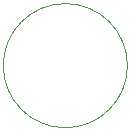
<source format=gm1>
%FSLAX23Y23*%
%MOIN*%
G70*
G01*
G75*
G04 Layer_Color=16711935*
%ADD10C,0.020*%
%ADD11C,0.047*%
%ADD12C,0.010*%
%ADD13R,0.067X0.067*%
%ADD14C,0.067*%
%ADD15C,0.055*%
%ADD16C,0.059*%
%ADD17P,0.216X8X22.5*%
%ADD18C,0.070*%
%ADD19C,0.055*%
%ADD20R,0.055X0.055*%
G04:AMPARAMS|DCode=21|XSize=100mil|YSize=60mil|CornerRadius=0mil|HoleSize=0mil|Usage=FLASHONLY|Rotation=0.000|XOffset=0mil|YOffset=0mil|HoleType=Round|Shape=Octagon|*
%AMOCTAGOND21*
4,1,8,0.050,-0.015,0.050,0.015,0.035,0.030,-0.035,0.030,-0.050,0.015,-0.050,-0.015,-0.035,-0.030,0.035,-0.030,0.050,-0.015,0.0*
%
%ADD21OCTAGOND21*%

%ADD22O,0.100X0.060*%
%ADD23C,0.065*%
%ADD24R,0.049X0.049*%
%ADD25C,0.049*%
%ADD26R,0.049X0.049*%
%ADD27R,0.059X0.059*%
%ADD28C,0.116*%
%ADD29C,0.059*%
%ADD30C,0.060*%
%ADD31R,0.059X0.059*%
%ADD32R,0.059X0.059*%
%ADD33P,0.130X8X202.5*%
%ADD34C,0.120*%
%ADD35C,0.050*%
%ADD36R,0.075X0.040*%
%ADD37R,0.070X0.040*%
%ADD38C,0.010*%
%ADD39C,0.002*%
%ADD40C,0.006*%
%ADD41C,0.008*%
%ADD42C,0.024*%
%ADD43C,0.005*%
%ADD44C,0.006*%
%ADD45C,0.008*%
%ADD46R,0.075X0.075*%
%ADD47C,0.075*%
%ADD48C,0.063*%
%ADD49C,0.067*%
%ADD50P,0.225X8X22.5*%
%ADD51C,0.078*%
%ADD52C,0.063*%
%ADD53R,0.063X0.063*%
G04:AMPARAMS|DCode=54|XSize=108mil|YSize=68mil|CornerRadius=0mil|HoleSize=0mil|Usage=FLASHONLY|Rotation=0.000|XOffset=0mil|YOffset=0mil|HoleType=Round|Shape=Octagon|*
%AMOCTAGOND54*
4,1,8,0.054,-0.017,0.054,0.017,0.037,0.034,-0.037,0.034,-0.054,0.017,-0.054,-0.017,-0.037,-0.034,0.037,-0.034,0.054,-0.017,0.0*
%
%ADD54OCTAGOND54*%

%ADD55O,0.108X0.068*%
%ADD56C,0.073*%
%ADD57R,0.057X0.057*%
%ADD58C,0.057*%
%ADD59R,0.057X0.057*%
%ADD60R,0.067X0.067*%
%ADD61C,0.124*%
%ADD62C,0.067*%
%ADD63C,0.068*%
%ADD64R,0.067X0.067*%
%ADD65R,0.067X0.067*%
%ADD66P,0.139X8X202.5*%
%ADD67C,0.128*%
%ADD68C,0.058*%
%ADD69C,0.001*%
D69*
X2927Y1800D02*
G03*
X2927Y1800I-207J0D01*
G01*
M02*

</source>
